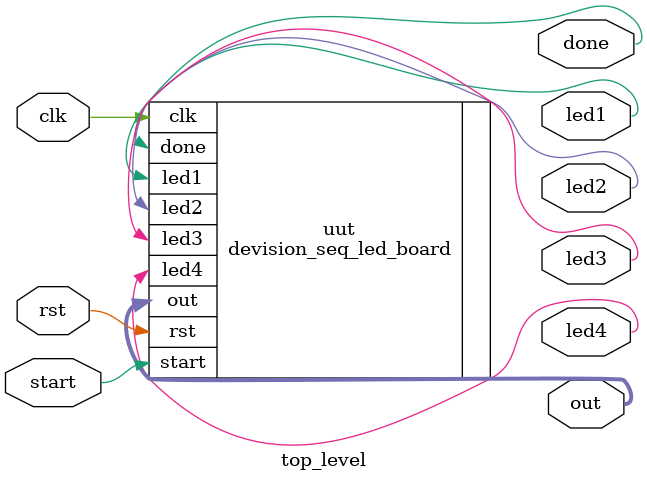
<source format=v>
`timescale 1ns/1ns

module top_level(input clk, input rst, input start, output wire done, output wire [6:0] out, output wire led1, output wire led2, output wire led3, output wire led4);
    devision_seq_led_board uut(
        .clk    (clk),
        .rst    (rst),
        .start  (start),
        .done   (done),
        .out    (out),
        .led1   (led1),
        .led2   (led2),
        .led3   (led3),
        .led4   (led4)
    );
endmodule

</source>
